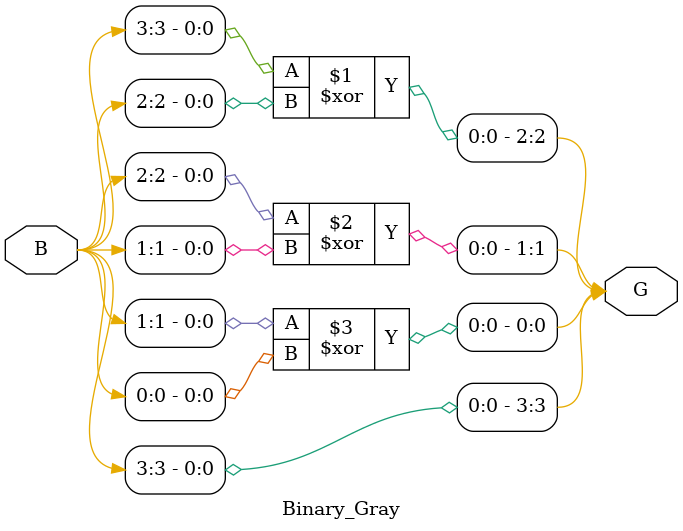
<source format=v>
`timescale 1ns / 1ps
module Binary_Gray(B,G);
input[3:0] B;
output [3:0]G;
assign G[3]=B[3];
assign G[2]=B[3]^B[2];
assign G[1]=B[2]^B[1];
assign G[0]=B[1]^B[0];
endmodule

</source>
